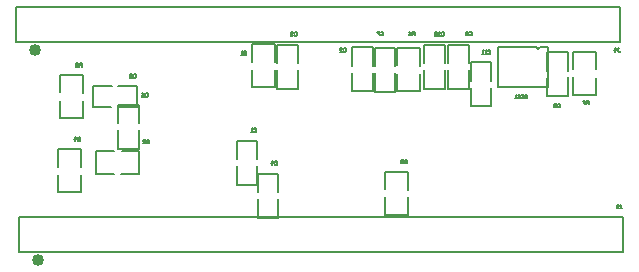
<source format=gbo>
G04*
G04 #@! TF.GenerationSoftware,Altium Limited,Altium Designer,22.10.1 (41)*
G04*
G04 Layer_Color=32896*
%FSLAX25Y25*%
%MOIN*%
G70*
G04*
G04 #@! TF.SameCoordinates,E3A0FBDB-8A8B-4B96-B359-3B6F4FC795B9*
G04*
G04*
G04 #@! TF.FilePolarity,Positive*
G04*
G01*
G75*
%ADD12C,0.00500*%
%ADD13C,0.04000*%
%ADD14C,0.00787*%
%ADD18C,0.00600*%
D12*
X90300Y67460D02*
Y73460D01*
X82700D02*
X90300D01*
X82700Y67660D02*
Y73460D01*
Y59060D02*
X90300D01*
X82700D02*
Y64960D01*
X90300Y59060D02*
Y64960D01*
X189700Y65040D02*
Y70940D01*
X197300Y65040D02*
Y70940D01*
X189700D02*
X197300D01*
Y56540D02*
Y62340D01*
X189700Y56540D02*
X197300D01*
X189700D02*
Y62540D01*
X181100Y56163D02*
X187900D01*
X181100D02*
Y62363D01*
Y64663D02*
Y70763D01*
Y70837D02*
X187900D01*
Y64563D02*
Y70763D01*
Y56163D02*
Y62463D01*
X177374Y72650D02*
X178045Y71980D01*
X178715Y72650D02*
X181416D01*
X178045Y71980D02*
X178715Y72650D01*
X164585Y59350D02*
X181416D01*
Y72650D01*
X164585D02*
X177374D01*
X164585Y59350D02*
Y72650D01*
X148100Y58663D02*
X154900D01*
X148100D02*
Y64863D01*
Y67163D02*
Y73263D01*
Y73337D02*
X154900D01*
Y67063D02*
Y73263D01*
Y58663D02*
Y64963D01*
X138800Y66200D02*
Y72200D01*
X131200D02*
X138800D01*
X131200Y66400D02*
Y72200D01*
Y57800D02*
X138800D01*
X131200D02*
Y63700D01*
X138800Y57800D02*
Y63700D01*
X123600Y66037D02*
Y72337D01*
Y57737D02*
Y63937D01*
Y57663D02*
X130400D01*
Y57737D02*
Y63837D01*
Y66137D02*
Y72337D01*
X123600D02*
X130400D01*
X122900Y57726D02*
Y64026D01*
Y66126D02*
Y72326D01*
X116100Y72400D02*
X122900D01*
X116100Y66226D02*
X116100Y72326D01*
X116100Y57726D02*
X116100Y63926D01*
X116100Y57726D02*
X122900D01*
X30800Y30200D02*
X36700D01*
X30800Y37800D02*
X36700D01*
X30800Y30200D02*
Y37800D01*
X39400D02*
X45200D01*
Y30200D02*
Y37800D01*
X39200Y30200D02*
X45200D01*
X38100Y47037D02*
Y53337D01*
Y38737D02*
Y44937D01*
Y38663D02*
X44900D01*
Y38737D02*
Y44837D01*
Y47137D02*
Y53337D01*
X38100D02*
X44900D01*
X155600Y52726D02*
X162400D01*
X155600D02*
Y58926D01*
Y61226D02*
Y67326D01*
Y67400D02*
X162400D01*
Y61126D02*
Y67326D01*
Y52726D02*
Y59026D01*
X146900Y58663D02*
Y64963D01*
Y67063D02*
Y73263D01*
X140100Y73337D02*
X146900D01*
X140100Y67163D02*
Y73263D01*
Y58663D02*
Y64863D01*
Y58663D02*
X146900D01*
X77600Y26663D02*
X84400D01*
X77600D02*
X77600Y32863D01*
X77600Y35163D02*
X77600Y41263D01*
Y41337D02*
X84400Y41337D01*
Y35063D02*
Y41263D01*
Y26663D02*
Y32963D01*
X84600Y15663D02*
X91400D01*
X84600Y21863D02*
X84600Y15663D01*
Y24163D02*
X84600Y30263D01*
Y30337D02*
X91400Y30337D01*
X91400Y24063D02*
Y30263D01*
X91400Y15663D02*
Y21964D01*
X91100Y58663D02*
X97900D01*
X91100D02*
X91100Y64863D01*
X91100Y67163D02*
X91100Y73263D01*
Y73337D02*
X97900Y73337D01*
Y67063D02*
Y73263D01*
Y58663D02*
Y64963D01*
X134800Y24960D02*
Y30960D01*
X127200D02*
X134800D01*
X127200Y25160D02*
Y30960D01*
Y16560D02*
X134800D01*
X127200D02*
Y22460D01*
X134800Y16560D02*
Y22460D01*
X26300Y57200D02*
Y63200D01*
X18700D02*
X26300D01*
X18700Y57400D02*
Y63200D01*
Y48800D02*
X26300D01*
X18700D02*
Y54700D01*
X26300Y48800D02*
Y54700D01*
X25800Y32460D02*
Y38460D01*
X18200D02*
X25800D01*
X18200Y32660D02*
Y38460D01*
Y24060D02*
X25800D01*
X18200D02*
Y29960D01*
X25800Y24060D02*
Y29960D01*
X44337Y52600D02*
Y59400D01*
X38137Y52600D02*
X44337D01*
X29737D02*
X35837D01*
X29663D02*
Y59400D01*
X29737D02*
X35937D01*
X38037D02*
X44337D01*
D13*
X10243Y71700D02*
D03*
X11242Y1700D02*
D03*
D14*
X4201Y74300D02*
X205400D01*
Y85800D01*
X4201Y74300D02*
Y85800D01*
X205400D01*
X5201Y15800D02*
X206400D01*
X5201Y4300D02*
Y15800D01*
X206400Y4300D02*
Y15800D01*
X5201Y4300D02*
X206400D01*
D18*
X80787Y69910D02*
Y71090D01*
X80197D01*
X80000Y70894D01*
Y70500D01*
X80197Y70303D01*
X80787D01*
X80394D02*
X80000Y69910D01*
X79606D02*
X79213D01*
X79410D01*
Y71090D01*
X79606Y70894D01*
X204697Y72090D02*
X205090D01*
X204894D01*
Y71106D01*
X205090Y70910D01*
X205287D01*
X205484Y71106D01*
X203713Y70910D02*
Y72090D01*
X204303Y71500D01*
X203516D01*
X194984Y53410D02*
Y54590D01*
X194394D01*
X194197Y54394D01*
Y54000D01*
X194394Y53803D01*
X194984D01*
X194590D02*
X194197Y53410D01*
X193803Y54590D02*
X193016D01*
Y54394D01*
X193803Y53606D01*
Y53410D01*
X184697Y53394D02*
X184894Y53590D01*
X185287D01*
X185484Y53394D01*
Y52606D01*
X185287Y52410D01*
X184894D01*
X184697Y52606D01*
X184303Y53394D02*
X184106Y53590D01*
X183713D01*
X183516Y53394D01*
Y53197D01*
X183713Y53000D01*
X183516Y52803D01*
Y52606D01*
X183713Y52410D01*
X184106D01*
X184303Y52606D01*
Y52803D01*
X184106Y53000D01*
X184303Y53197D01*
Y53394D01*
X184106Y53000D02*
X183713D01*
X174468Y55410D02*
Y56590D01*
X173878D01*
X173681Y56394D01*
Y56000D01*
X173878Y55803D01*
X174468D01*
X174074D02*
X173681Y55410D01*
X172500Y56590D02*
X173287D01*
Y55410D01*
X172500D01*
X173287Y56000D02*
X172894D01*
X171319Y56394D02*
X171516Y56590D01*
X171910D01*
X172106Y56394D01*
Y55606D01*
X171910Y55410D01*
X171516D01*
X171319Y55606D01*
Y56000D01*
X171713D01*
X170926Y55410D02*
X170532D01*
X170729D01*
Y56590D01*
X170926Y56394D01*
X155197Y77394D02*
X155394Y77590D01*
X155787D01*
X155984Y77394D01*
Y76606D01*
X155787Y76410D01*
X155394D01*
X155197Y76606D01*
X154803D02*
X154606Y76410D01*
X154213D01*
X154016Y76606D01*
Y77394D01*
X154213Y77590D01*
X154606D01*
X154803Y77394D01*
Y77197D01*
X154606Y77000D01*
X154016D01*
X136984Y76410D02*
Y77590D01*
X136394D01*
X136197Y77394D01*
Y77000D01*
X136394Y76803D01*
X136984D01*
X136590D02*
X136197Y76410D01*
X135016Y77590D02*
X135410Y77394D01*
X135803Y77000D01*
Y76606D01*
X135606Y76410D01*
X135213D01*
X135016Y76606D01*
Y76803D01*
X135213Y77000D01*
X135803D01*
X125697Y77394D02*
X125894Y77590D01*
X126287D01*
X126484Y77394D01*
Y76606D01*
X126287Y76410D01*
X125894D01*
X125697Y76606D01*
X125303Y77590D02*
X124516D01*
Y77394D01*
X125303Y76606D01*
Y76410D01*
X113197Y71894D02*
X113394Y72090D01*
X113787D01*
X113984Y71894D01*
Y71106D01*
X113787Y70910D01*
X113394D01*
X113197Y71106D01*
X112016Y70910D02*
X112803D01*
X112016Y71697D01*
Y71894D01*
X112213Y72090D01*
X112606D01*
X112803Y71894D01*
X48484Y40410D02*
Y41590D01*
X47894D01*
X47697Y41394D01*
Y41000D01*
X47894Y40803D01*
X48484D01*
X48090D02*
X47697Y40410D01*
X46516D02*
X47303D01*
X46516Y41197D01*
Y41394D01*
X46713Y41590D01*
X47106D01*
X47303Y41394D01*
X47197Y56894D02*
X47394Y57090D01*
X47787D01*
X47984Y56894D01*
Y56106D01*
X47787Y55910D01*
X47394D01*
X47197Y56106D01*
X46016Y57090D02*
X46410Y56894D01*
X46803Y56500D01*
Y56106D01*
X46606Y55910D01*
X46213D01*
X46016Y56106D01*
Y56303D01*
X46213Y56500D01*
X46803D01*
X161313Y71284D02*
X161510Y71481D01*
X161903D01*
X162100Y71284D01*
Y70497D01*
X161903Y70300D01*
X161510D01*
X161313Y70497D01*
X160919Y70300D02*
X160526D01*
X160722D01*
Y71481D01*
X160919Y71284D01*
X159935Y70300D02*
X159542D01*
X159739D01*
Y71481D01*
X159935Y71284D01*
X134500Y33800D02*
Y34981D01*
X133910D01*
X133713Y34784D01*
Y34390D01*
X133910Y34194D01*
X134500D01*
X134106D02*
X133713Y33800D01*
X132532Y34981D02*
X133319D01*
Y34390D01*
X132926Y34587D01*
X132729D01*
X132532Y34390D01*
Y33997D01*
X132729Y33800D01*
X133123D01*
X133319Y33997D01*
X25500Y41300D02*
Y42481D01*
X24910D01*
X24713Y42284D01*
Y41890D01*
X24910Y41694D01*
X25500D01*
X25106D02*
X24713Y41300D01*
X23729D02*
Y42481D01*
X24319Y41890D01*
X23532D01*
X25900Y66000D02*
Y67181D01*
X25310D01*
X25113Y66984D01*
Y66590D01*
X25310Y66394D01*
X25900D01*
X25506D02*
X25113Y66000D01*
X24719Y66984D02*
X24522Y67181D01*
X24129D01*
X23932Y66984D01*
Y66787D01*
X24129Y66590D01*
X24326D01*
X24129D01*
X23932Y66394D01*
Y66197D01*
X24129Y66000D01*
X24522D01*
X24719Y66197D01*
X205413Y19981D02*
X205806D01*
X205610D01*
Y18997D01*
X205806Y18800D01*
X206003D01*
X206200Y18997D01*
X204232Y19981D02*
X205019D01*
Y19390D01*
X204626Y19587D01*
X204429D01*
X204232Y19390D01*
Y18997D01*
X204429Y18800D01*
X204822D01*
X205019Y18997D01*
X145813Y77184D02*
X146010Y77381D01*
X146403D01*
X146600Y77184D01*
Y76397D01*
X146403Y76200D01*
X146010D01*
X145813Y76397D01*
X145419Y76200D02*
X145026D01*
X145222D01*
Y77381D01*
X145419Y77184D01*
X144435D02*
X144239Y77381D01*
X143845D01*
X143648Y77184D01*
Y76397D01*
X143845Y76200D01*
X144239D01*
X144435Y76397D01*
Y77184D01*
X43213Y63284D02*
X43410Y63481D01*
X43803D01*
X44000Y63284D01*
Y62497D01*
X43803Y62300D01*
X43410D01*
X43213Y62497D01*
X42032Y63481D02*
X42819D01*
Y62890D01*
X42426Y63087D01*
X42229D01*
X42032Y62890D01*
Y62497D01*
X42229Y62300D01*
X42623D01*
X42819Y62497D01*
X90313Y34184D02*
X90510Y34381D01*
X90903D01*
X91100Y34184D01*
Y33397D01*
X90903Y33200D01*
X90510D01*
X90313Y33397D01*
X89329Y33200D02*
Y34381D01*
X89919Y33790D01*
X89132D01*
X96813Y77184D02*
X97010Y77381D01*
X97403D01*
X97600Y77184D01*
Y76397D01*
X97403Y76200D01*
X97010D01*
X96813Y76397D01*
X96419Y77184D02*
X96223Y77381D01*
X95829D01*
X95632Y77184D01*
Y76987D01*
X95829Y76790D01*
X96026D01*
X95829D01*
X95632Y76594D01*
Y76397D01*
X95829Y76200D01*
X96223D01*
X96419Y76397D01*
X83313Y45184D02*
X83510Y45381D01*
X83903D01*
X84100Y45184D01*
Y44397D01*
X83903Y44200D01*
X83510D01*
X83313Y44397D01*
X82919Y44200D02*
X82526D01*
X82723D01*
Y45381D01*
X82919Y45184D01*
M02*

</source>
